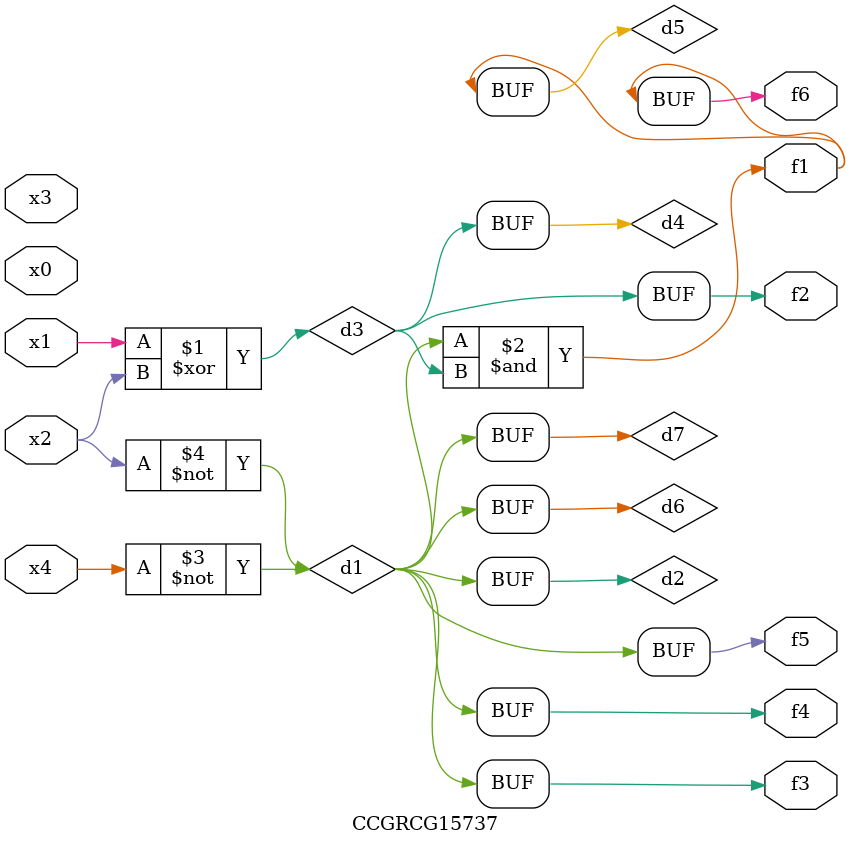
<source format=v>
module CCGRCG15737(
	input x0, x1, x2, x3, x4,
	output f1, f2, f3, f4, f5, f6
);

	wire d1, d2, d3, d4, d5, d6, d7;

	not (d1, x4);
	not (d2, x2);
	xor (d3, x1, x2);
	buf (d4, d3);
	and (d5, d1, d3);
	buf (d6, d1, d2);
	buf (d7, d2);
	assign f1 = d5;
	assign f2 = d4;
	assign f3 = d7;
	assign f4 = d7;
	assign f5 = d7;
	assign f6 = d5;
endmodule

</source>
